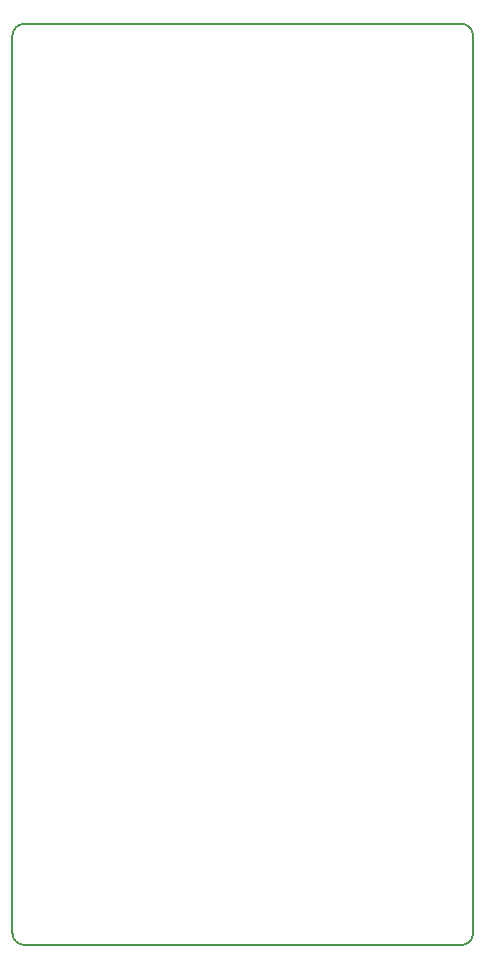
<source format=gbr>
G04 #@! TF.GenerationSoftware,KiCad,Pcbnew,(5.0.0)*
G04 #@! TF.CreationDate,2019-10-17T23:20:27+01:00*
G04 #@! TF.ProjectId,dataVideo_interface,64617461566964656F5F696E74657266,rev?*
G04 #@! TF.SameCoordinates,Original*
G04 #@! TF.FileFunction,Profile,NP*
%FSLAX46Y46*%
G04 Gerber Fmt 4.6, Leading zero omitted, Abs format (unit mm)*
G04 Created by KiCad (PCBNEW (5.0.0)) date 10/17/19 23:20:27*
%MOMM*%
%LPD*%
G01*
G04 APERTURE LIST*
%ADD10C,0.150000*%
%ADD11C,0.200000*%
G04 APERTURE END LIST*
D10*
X147000000Y-79000000D02*
G75*
G02X148000000Y-80000000I0J-1000000D01*
G01*
X109000000Y-80000000D02*
G75*
G02X110000000Y-79000000I1000000J0D01*
G01*
X110000000Y-157000000D02*
G75*
G02X109000000Y-156000000I0J1000000D01*
G01*
X148000000Y-156000000D02*
G75*
G02X147000000Y-157000000I-1000000J0D01*
G01*
X109000000Y-156000000D02*
X109000000Y-80000000D01*
X147000000Y-157000000D02*
X110000000Y-157000000D01*
D11*
X148000000Y-80000000D02*
X148000000Y-156000000D01*
X110000000Y-79000000D02*
X147000000Y-79000000D01*
M02*

</source>
